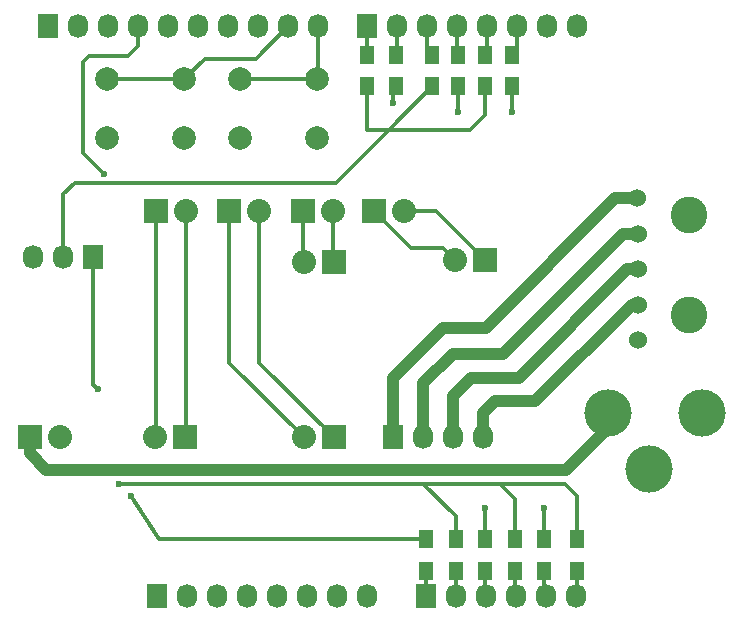
<source format=gtl>
G04 #@! TF.FileFunction,Copper,L1,Top,Signal*
%FSLAX46Y46*%
G04 Gerber Fmt 4.6, Leading zero omitted, Abs format (unit mm)*
G04 Created by KiCad (PCBNEW (2015-11-24 BZR 6329)-product) date Sun 10 Apr 2016 02:36:13 PM EDT*
%MOMM*%
G01*
G04 APERTURE LIST*
%ADD10C,0.100000*%
%ADD11C,2.000000*%
%ADD12C,3.100000*%
%ADD13C,1.524000*%
%ADD14C,4.000000*%
%ADD15R,1.300000X1.500000*%
%ADD16R,1.727200X2.032000*%
%ADD17O,1.727200X2.032000*%
%ADD18R,2.032000X2.032000*%
%ADD19O,2.032000X2.032000*%
%ADD20C,0.600000*%
%ADD21C,0.300000*%
%ADD22C,1.000000*%
G04 APERTURE END LIST*
D10*
D11*
X134748000Y-85115000D03*
X134748000Y-80115000D03*
X141248000Y-85115000D03*
X141248000Y-80115000D03*
X145998000Y-85115000D03*
X145998000Y-80115000D03*
X152498000Y-85115000D03*
X152498000Y-80115000D03*
D12*
X183998000Y-91615000D03*
D13*
X179648000Y-90190000D03*
X179673000Y-93190000D03*
X179673000Y-96190000D03*
X179673000Y-99190000D03*
X179673000Y-102190000D03*
D12*
X183998000Y-100040000D03*
D14*
X177148000Y-108365000D03*
X185148000Y-108365000D03*
X180648000Y-113065000D03*
D15*
X168998000Y-78015000D03*
X168998000Y-80715000D03*
X166748000Y-78015000D03*
X166748000Y-80715000D03*
X164498000Y-78015000D03*
X164498000Y-80715000D03*
X162248000Y-78015000D03*
X162248000Y-80715000D03*
X174498000Y-119015000D03*
X174498000Y-121715000D03*
X171748000Y-119015000D03*
X171748000Y-121715000D03*
X169248000Y-119015000D03*
X169248000Y-121715000D03*
X166748000Y-119015000D03*
X166748000Y-121715000D03*
X164248000Y-119015000D03*
X164248000Y-121715000D03*
X161748000Y-119015000D03*
X161748000Y-121715000D03*
D16*
X156748000Y-75615000D03*
D17*
X159288000Y-75615000D03*
X161828000Y-75615000D03*
X164368000Y-75615000D03*
X166908000Y-75615000D03*
X169448000Y-75615000D03*
X171988000Y-75615000D03*
X174528000Y-75615000D03*
D16*
X129748000Y-75615000D03*
D17*
X132288000Y-75615000D03*
X134828000Y-75615000D03*
X137368000Y-75615000D03*
X139908000Y-75615000D03*
X142448000Y-75615000D03*
X144988000Y-75615000D03*
X147528000Y-75615000D03*
X150068000Y-75615000D03*
X152608000Y-75615000D03*
D18*
X128198000Y-110365000D03*
D19*
X130738000Y-110365000D03*
D16*
X161748000Y-123865000D03*
D17*
X164288000Y-123865000D03*
X166828000Y-123865000D03*
X169368000Y-123865000D03*
X171908000Y-123865000D03*
X174448000Y-123865000D03*
D16*
X138998000Y-123865000D03*
D17*
X141538000Y-123865000D03*
X144078000Y-123865000D03*
X146618000Y-123865000D03*
X149158000Y-123865000D03*
X151698000Y-123865000D03*
X154238000Y-123865000D03*
X156778000Y-123865000D03*
D18*
X151298000Y-91215000D03*
D19*
X153838000Y-91215000D03*
D18*
X153948000Y-95565000D03*
D19*
X151408000Y-95565000D03*
D16*
X158998000Y-110415000D03*
D17*
X161538000Y-110415000D03*
X164078000Y-110415000D03*
X166618000Y-110415000D03*
D18*
X145098000Y-91215000D03*
D19*
X147638000Y-91215000D03*
D18*
X153948000Y-110415000D03*
D19*
X151408000Y-110415000D03*
D18*
X157348000Y-91215000D03*
D19*
X159888000Y-91215000D03*
D18*
X166748000Y-95365000D03*
D19*
X164208000Y-95365000D03*
D16*
X133598000Y-95165000D03*
D17*
X131058000Y-95165000D03*
X128518000Y-95165000D03*
D18*
X138848000Y-91215000D03*
D19*
X141388000Y-91215000D03*
D18*
X141348000Y-110415000D03*
D19*
X138808000Y-110415000D03*
D15*
X156748000Y-78015000D03*
X156748000Y-80715000D03*
X159248000Y-78015000D03*
X159248000Y-80715000D03*
D20*
X134498000Y-88115000D03*
X133998000Y-106365000D03*
X136748000Y-115365000D03*
X171748000Y-116365000D03*
X166748000Y-116365000D03*
X164498000Y-82865000D03*
X168998000Y-82865000D03*
X135748000Y-114365000D03*
X158998000Y-82115000D03*
D21*
X132748000Y-86365000D02*
X134498000Y-88115000D01*
X132748000Y-78615000D02*
X132748000Y-86365000D01*
X133248000Y-78115000D02*
X132748000Y-78615000D01*
X136498000Y-78115000D02*
X133248000Y-78115000D01*
X137368000Y-77245000D02*
X136498000Y-78115000D01*
X137368000Y-75615000D02*
X137368000Y-77245000D01*
X133998000Y-106365000D02*
X133598000Y-105965000D01*
X133598000Y-105965000D02*
X133598000Y-95165000D01*
X151298000Y-95455000D02*
X151298000Y-91215000D01*
X151408000Y-95565000D02*
X151298000Y-95455000D01*
X145098000Y-104105000D02*
X145098000Y-91215000D01*
X151408000Y-110415000D02*
X145098000Y-104105000D01*
X161748000Y-123865000D02*
X161748000Y-121715000D01*
X164248000Y-123825000D02*
X164248000Y-121715000D01*
X164288000Y-123865000D02*
X164248000Y-123825000D01*
X166748000Y-123785000D02*
X166748000Y-121715000D01*
X166828000Y-123865000D02*
X166748000Y-123785000D01*
X169248000Y-123745000D02*
X169248000Y-121715000D01*
X169368000Y-123865000D02*
X169248000Y-123745000D01*
X171748000Y-123705000D02*
X171748000Y-121715000D01*
X171908000Y-123865000D02*
X171748000Y-123705000D01*
X174498000Y-123815000D02*
X174498000Y-121715000D01*
X174448000Y-123865000D02*
X174498000Y-123815000D01*
X162598000Y-91215000D02*
X159888000Y-91215000D01*
X166748000Y-95365000D02*
X162598000Y-91215000D01*
X147318000Y-78365000D02*
X142998000Y-78365000D01*
X142998000Y-78365000D02*
X141248000Y-80115000D01*
X150068000Y-75615000D02*
X147318000Y-78365000D01*
X141248000Y-80115000D02*
X134748000Y-80115000D01*
X152498000Y-80115000D02*
X145998000Y-80115000D01*
X152608000Y-80005000D02*
X152498000Y-80115000D01*
X152608000Y-75615000D02*
X152608000Y-80005000D01*
X161828000Y-77595000D02*
X161828000Y-75615000D01*
X162248000Y-78015000D02*
X161828000Y-77595000D01*
X164368000Y-77885000D02*
X164368000Y-75615000D01*
X164498000Y-78015000D02*
X164368000Y-77885000D01*
X166908000Y-77855000D02*
X166908000Y-75615000D01*
X166748000Y-78015000D02*
X166908000Y-77855000D01*
X169448000Y-77565000D02*
X169448000Y-75615000D01*
X168998000Y-78015000D02*
X169448000Y-77565000D01*
X153838000Y-95455000D02*
X153838000Y-91215000D01*
X153948000Y-95565000D02*
X153838000Y-95455000D01*
X147638000Y-104105000D02*
X147638000Y-91215000D01*
X153948000Y-110415000D02*
X147638000Y-104105000D01*
X163208000Y-94365000D02*
X160498000Y-94365000D01*
X160498000Y-94365000D02*
X157348000Y-91215000D01*
X164208000Y-95365000D02*
X163208000Y-94365000D01*
D22*
X177148000Y-108365000D02*
X177148000Y-109615000D01*
X177148000Y-109615000D02*
X173598000Y-113165000D01*
X173598000Y-113165000D02*
X129598000Y-113165000D01*
X129598000Y-113165000D02*
X128198000Y-111765000D01*
X128198000Y-111765000D02*
X128198000Y-110365000D01*
D21*
X154098000Y-88865000D02*
X131998000Y-88865000D01*
X131998000Y-88865000D02*
X131058000Y-89805000D01*
X131058000Y-89805000D02*
X131058000Y-95165000D01*
X158598000Y-84365000D02*
X154098000Y-88865000D01*
X162248000Y-80715000D02*
X158598000Y-84365000D01*
X166748000Y-83115000D02*
X165498000Y-84365000D01*
X165498000Y-84365000D02*
X158598000Y-84365000D01*
X166748000Y-80715000D02*
X166748000Y-83115000D01*
X139148000Y-119015000D02*
X136748000Y-115365000D01*
X161748000Y-119015000D02*
X139148000Y-119015000D01*
X171748000Y-119015000D02*
X171748000Y-116365000D01*
X166748000Y-119015000D02*
X166748000Y-116365000D01*
X156748000Y-84365000D02*
X158598000Y-84365000D01*
X156748000Y-80715000D02*
X156748000Y-84365000D01*
X164498000Y-80715000D02*
X164498000Y-82865000D01*
X168998000Y-80715000D02*
X168998000Y-82865000D01*
X164248000Y-117115000D02*
X161498000Y-114365000D01*
X164248000Y-119015000D02*
X164248000Y-117115000D01*
X174498000Y-115365000D02*
X173498000Y-114365000D01*
X167998000Y-114365000D02*
X161498000Y-114365000D01*
X173498000Y-114365000D02*
X167998000Y-114365000D01*
X174498000Y-119015000D02*
X174498000Y-115365000D01*
X169248000Y-115615000D02*
X167998000Y-114365000D01*
X169248000Y-119015000D02*
X169248000Y-115615000D01*
X135748000Y-114365000D02*
X161498000Y-114365000D01*
X158998000Y-80965000D02*
X158998000Y-82115000D01*
X159248000Y-80715000D02*
X158998000Y-80965000D01*
X138848000Y-110375000D02*
X138848000Y-91215000D01*
X138808000Y-110415000D02*
X138848000Y-110375000D01*
X141388000Y-110375000D02*
X141388000Y-91215000D01*
X141348000Y-110415000D02*
X141388000Y-110375000D01*
D22*
X179648000Y-90190000D02*
X177773000Y-90190000D01*
X158998000Y-105365000D02*
X158998000Y-110415000D01*
X163198000Y-101165000D02*
X158998000Y-105365000D01*
X166798000Y-101165000D02*
X163198000Y-101165000D01*
X177773000Y-90190000D02*
X166798000Y-101165000D01*
X179673000Y-93190000D02*
X178423000Y-93190000D01*
X161538000Y-105825000D02*
X161538000Y-110415000D01*
X163998000Y-103365000D02*
X161538000Y-105825000D01*
X168248000Y-103365000D02*
X163998000Y-103365000D01*
X178423000Y-93190000D02*
X168248000Y-103365000D01*
X179673000Y-96190000D02*
X178773000Y-96190000D01*
X164078000Y-106885000D02*
X164078000Y-110415000D01*
X165598000Y-105365000D02*
X164078000Y-106885000D01*
X169598000Y-105365000D02*
X165598000Y-105365000D01*
X178773000Y-96190000D02*
X169598000Y-105365000D01*
X179673000Y-99190000D02*
X179173000Y-99190000D01*
X179173000Y-99190000D02*
X170998000Y-107365000D01*
X170998000Y-107365000D02*
X167598000Y-107365000D01*
X167598000Y-107365000D02*
X166618000Y-108345000D01*
X166618000Y-108345000D02*
X166618000Y-110415000D01*
D21*
X156748000Y-78015000D02*
X156748000Y-75615000D01*
X159288000Y-77975000D02*
X159288000Y-75615000D01*
X159248000Y-78015000D02*
X159288000Y-77975000D01*
M02*

</source>
